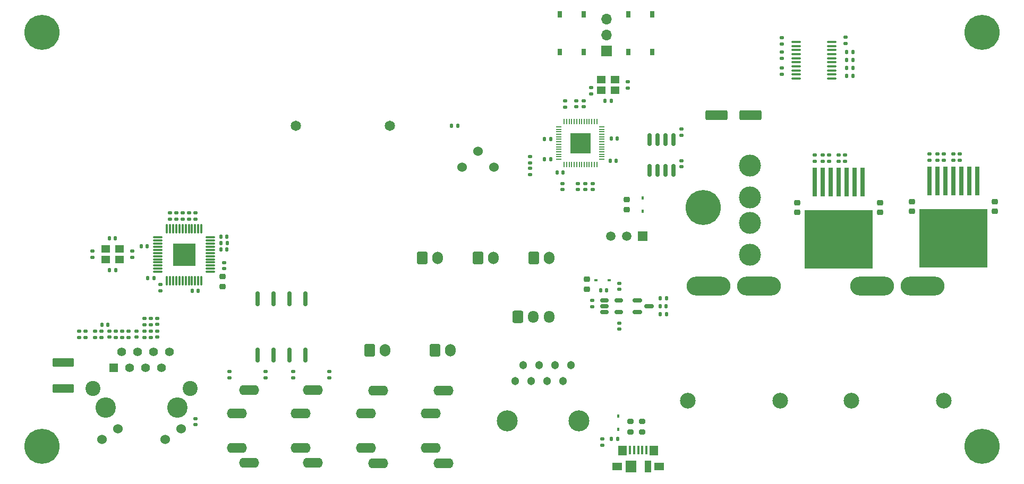
<source format=gbr>
%TF.GenerationSoftware,KiCad,Pcbnew,6.0.2+dfsg-1*%
%TF.CreationDate,2022-12-03T14:35:54-05:00*%
%TF.ProjectId,dragon-lair-fully-integrated,64726167-6f6e-42d6-9c61-69722d66756c,rev?*%
%TF.SameCoordinates,Original*%
%TF.FileFunction,Soldermask,Top*%
%TF.FilePolarity,Negative*%
%FSLAX46Y46*%
G04 Gerber Fmt 4.6, Leading zero omitted, Abs format (unit mm)*
G04 Created by KiCad (PCBNEW 6.0.2+dfsg-1) date 2022-12-03 14:35:54*
%MOMM*%
%LPD*%
G01*
G04 APERTURE LIST*
G04 Aperture macros list*
%AMRoundRect*
0 Rectangle with rounded corners*
0 $1 Rounding radius*
0 $2 $3 $4 $5 $6 $7 $8 $9 X,Y pos of 4 corners*
0 Add a 4 corners polygon primitive as box body*
4,1,4,$2,$3,$4,$5,$6,$7,$8,$9,$2,$3,0*
0 Add four circle primitives for the rounded corners*
1,1,$1+$1,$2,$3*
1,1,$1+$1,$4,$5*
1,1,$1+$1,$6,$7*
1,1,$1+$1,$8,$9*
0 Add four rect primitives between the rounded corners*
20,1,$1+$1,$2,$3,$4,$5,0*
20,1,$1+$1,$4,$5,$6,$7,0*
20,1,$1+$1,$6,$7,$8,$9,0*
20,1,$1+$1,$8,$9,$2,$3,0*%
G04 Aperture macros list end*
%ADD10RoundRect,0.135000X0.185000X-0.135000X0.185000X0.135000X-0.185000X0.135000X-0.185000X-0.135000X0*%
%ADD11RoundRect,0.140000X-0.170000X0.140000X-0.170000X-0.140000X0.170000X-0.140000X0.170000X0.140000X0*%
%ADD12C,5.600000*%
%ADD13R,1.700000X1.700000*%
%ADD14O,1.700000X1.700000*%
%ADD15RoundRect,0.140000X0.170000X-0.140000X0.170000X0.140000X-0.170000X0.140000X-0.170000X-0.140000X0*%
%ADD16RoundRect,0.140000X0.140000X0.170000X-0.140000X0.170000X-0.140000X-0.170000X0.140000X-0.170000X0*%
%ADD17RoundRect,0.140000X-0.140000X-0.170000X0.140000X-0.170000X0.140000X0.170000X-0.140000X0.170000X0*%
%ADD18RoundRect,0.250000X-0.600000X-0.750000X0.600000X-0.750000X0.600000X0.750000X-0.600000X0.750000X0*%
%ADD19O,1.700000X2.000000*%
%ADD20RoundRect,0.135000X-0.135000X-0.185000X0.135000X-0.185000X0.135000X0.185000X-0.135000X0.185000X0*%
%ADD21R,0.800000X4.600000*%
%ADD22R,10.800000X9.400000*%
%ADD23RoundRect,0.135000X0.135000X0.185000X-0.135000X0.185000X-0.135000X-0.185000X0.135000X-0.185000X0*%
%ADD24RoundRect,0.225000X0.250000X-0.225000X0.250000X0.225000X-0.250000X0.225000X-0.250000X-0.225000X0*%
%ADD25RoundRect,0.218750X0.256250X-0.218750X0.256250X0.218750X-0.256250X0.218750X-0.256250X-0.218750X0*%
%ADD26RoundRect,0.225000X-0.250000X0.225000X-0.250000X-0.225000X0.250000X-0.225000X0.250000X0.225000X0*%
%ADD27O,3.200000X1.600000*%
%ADD28R,0.450000X1.380000*%
%ADD29R,1.425000X1.550000*%
%ADD30R,1.650000X1.300000*%
%ADD31R,1.800000X1.900000*%
%ADD32R,1.000000X1.900000*%
%ADD33R,0.750000X1.000000*%
%ADD34RoundRect,0.135000X-0.185000X0.135000X-0.185000X-0.135000X0.185000X-0.135000X0.185000X0.135000X0*%
%ADD35RoundRect,0.150000X-0.512500X-0.150000X0.512500X-0.150000X0.512500X0.150000X-0.512500X0.150000X0*%
%ADD36C,1.524000*%
%ADD37C,2.500000*%
%ADD38O,7.000000X3.000000*%
%ADD39R,0.600000X0.450000*%
%ADD40RoundRect,0.250000X-0.600000X-0.725000X0.600000X-0.725000X0.600000X0.725000X-0.600000X0.725000X0*%
%ADD41O,1.700000X1.950000*%
%ADD42R,1.400000X1.200000*%
%ADD43RoundRect,0.150000X-0.587500X-0.150000X0.587500X-0.150000X0.587500X0.150000X-0.587500X0.150000X0*%
%ADD44RoundRect,0.200000X-0.275000X0.200000X-0.275000X-0.200000X0.275000X-0.200000X0.275000X0.200000X0*%
%ADD45C,1.651000*%
%ADD46R,0.450000X0.600000*%
%ADD47RoundRect,0.050000X0.387500X0.050000X-0.387500X0.050000X-0.387500X-0.050000X0.387500X-0.050000X0*%
%ADD48RoundRect,0.050000X0.050000X0.387500X-0.050000X0.387500X-0.050000X-0.387500X0.050000X-0.387500X0*%
%ADD49R,3.200000X3.200000*%
%ADD50RoundRect,0.162500X0.162500X-1.012500X0.162500X1.012500X-0.162500X1.012500X-0.162500X-1.012500X0*%
%ADD51C,3.250000*%
%ADD52R,1.408000X1.408000*%
%ADD53C,1.408000*%
%ADD54C,1.530000*%
%ADD55C,2.400000*%
%ADD56RoundRect,0.150000X-0.150000X0.825000X-0.150000X-0.825000X0.150000X-0.825000X0.150000X0.825000X0*%
%ADD57RoundRect,0.250000X1.500000X0.550000X-1.500000X0.550000X-1.500000X-0.550000X1.500000X-0.550000X0*%
%ADD58RoundRect,0.100000X-0.637500X-0.100000X0.637500X-0.100000X0.637500X0.100000X-0.637500X0.100000X0*%
%ADD59R,1.508000X1.508000*%
%ADD60C,1.508000*%
%ADD61RoundRect,0.249999X1.450001X-0.450001X1.450001X0.450001X-1.450001X0.450001X-1.450001X-0.450001X0*%
%ADD62C,3.500000*%
%ADD63RoundRect,0.075000X0.662500X0.075000X-0.662500X0.075000X-0.662500X-0.075000X0.662500X-0.075000X0*%
%ADD64RoundRect,0.075000X0.075000X0.662500X-0.075000X0.662500X-0.075000X-0.662500X0.075000X-0.662500X0*%
%ADD65R,3.600000X3.600000*%
%ADD66C,3.350000*%
%ADD67C,1.303000*%
G04 APERTURE END LIST*
D10*
%TO.C,R20*%
X69469000Y-94386000D03*
X69469000Y-93366000D03*
%TD*%
%TO.C,R17*%
X73787000Y-94386000D03*
X73787000Y-93366000D03*
%TD*%
%TO.C,R23*%
X78359000Y-94386000D03*
X78359000Y-93366000D03*
%TD*%
D11*
%TO.C,C5*%
X148763500Y-69840000D03*
X148763500Y-70800000D03*
%TD*%
D10*
%TO.C,R6*%
X162941000Y-62128000D03*
X162941000Y-61108000D03*
%TD*%
%TO.C,R15*%
X74803000Y-94386000D03*
X74803000Y-93366000D03*
%TD*%
D12*
%TO.C,H2*%
X60960000Y-111760000D03*
%TD*%
D13*
%TO.C,J1*%
X151003000Y-48649000D03*
D14*
X151003000Y-46109000D03*
X151003000Y-43569000D03*
%TD*%
D15*
%TO.C,C32*%
X202438000Y-66113600D03*
X202438000Y-65153600D03*
%TD*%
D16*
%TO.C,C9*%
X142043500Y-65920000D03*
X141083500Y-65920000D03*
%TD*%
D15*
%TO.C,C40*%
X185420000Y-66266000D03*
X185420000Y-65306000D03*
%TD*%
D17*
%TO.C,C18*%
X159525000Y-89403000D03*
X160485000Y-89403000D03*
%TD*%
D18*
%TO.C,J11*%
X121559000Y-81667000D03*
D19*
X124059000Y-81667000D03*
%TD*%
D20*
%TO.C,R28*%
X71683000Y-83646000D03*
X72703000Y-83646000D03*
%TD*%
D15*
%TO.C,C39*%
X187960000Y-66266000D03*
X187960000Y-65306000D03*
%TD*%
D17*
%TO.C,C12*%
X151539000Y-66190000D03*
X152499000Y-66190000D03*
%TD*%
D21*
%TO.C,Q3*%
X191770000Y-69570600D03*
X190500000Y-69570600D03*
X189230000Y-69570600D03*
X187960000Y-69570600D03*
X186690000Y-69570600D03*
X185420000Y-69570600D03*
X184150000Y-69570600D03*
D22*
X187960000Y-78720600D03*
%TD*%
D23*
%TO.C,R8*%
X160515000Y-88133000D03*
X159495000Y-88133000D03*
%TD*%
D15*
%TO.C,C2*%
X153020000Y-86708000D03*
X153020000Y-85748000D03*
%TD*%
D24*
%TO.C,C36*%
X194564000Y-74435000D03*
X194564000Y-72885000D03*
%TD*%
D17*
%TO.C,C49*%
X89493000Y-78312000D03*
X90453000Y-78312000D03*
%TD*%
D16*
%TO.C,C6*%
X144043500Y-68120000D03*
X143083500Y-68120000D03*
%TD*%
D11*
%TO.C,C48*%
X90043000Y-82474000D03*
X90043000Y-83434000D03*
%TD*%
D25*
%TO.C,L1*%
X89789000Y-86281500D03*
X89789000Y-84706500D03*
%TD*%
D26*
%TO.C,C34*%
X181356000Y-72885000D03*
X181356000Y-74435000D03*
%TD*%
D27*
%TO.C,J5*%
X94006500Y-114427000D03*
X92006500Y-112027000D03*
X92006500Y-106527000D03*
X94006500Y-102827000D03*
%TD*%
D28*
%TO.C,P1*%
X154710000Y-112327500D03*
X155360000Y-112327500D03*
X156010000Y-112327500D03*
X156660000Y-112327500D03*
X157310000Y-112327500D03*
D29*
X153522500Y-112412500D03*
X158497500Y-112412500D03*
D30*
X152635000Y-114987500D03*
D31*
X154860000Y-114987500D03*
D32*
X157560000Y-114987500D03*
D30*
X159385000Y-114987500D03*
%TD*%
D33*
%TO.C,SW1*%
X154462000Y-48870000D03*
X154462000Y-42870000D03*
X158212000Y-48870000D03*
X158212000Y-42870000D03*
%TD*%
D26*
%TO.C,C30*%
X154157500Y-72416750D03*
X154157500Y-73966750D03*
%TD*%
D34*
%TO.C,R25*%
X66929000Y-93368000D03*
X66929000Y-94388000D03*
%TD*%
D17*
%TO.C,C16*%
X150725500Y-56661000D03*
X151685500Y-56661000D03*
%TD*%
D34*
%TO.C,R38*%
X178943000Y-46605000D03*
X178943000Y-47625000D03*
%TD*%
D15*
%TO.C,C50*%
X84385000Y-75490000D03*
X84385000Y-74530000D03*
%TD*%
D35*
%TO.C,U1*%
X150612500Y-88453000D03*
X150612500Y-89403000D03*
X150612500Y-90353000D03*
X152887500Y-90353000D03*
X152887500Y-88453000D03*
%TD*%
D26*
%TO.C,C33*%
X199644000Y-72732600D03*
X199644000Y-74282600D03*
%TD*%
D36*
%TO.C,RV1*%
X132992500Y-67190000D03*
X130452500Y-64650000D03*
X127912500Y-67190000D03*
%TD*%
D11*
%TO.C,C41*%
X189103000Y-46510000D03*
X189103000Y-47470000D03*
%TD*%
D20*
%TO.C,R18*%
X77779000Y-84916000D03*
X78799000Y-84916000D03*
%TD*%
D18*
%TO.C,J13*%
X130449000Y-81667000D03*
D19*
X132949000Y-81667000D03*
%TD*%
D10*
%TO.C,R16*%
X70485000Y-94386000D03*
X70485000Y-93366000D03*
%TD*%
D37*
%TO.C,J2*%
X163917000Y-104454000D03*
X178649000Y-104454000D03*
D38*
X175220000Y-86166000D03*
X167219000Y-86166000D03*
%TD*%
D15*
%TO.C,C21*%
X76073000Y-94356000D03*
X76073000Y-93396000D03*
%TD*%
D12*
%TO.C,H5*%
X166370000Y-73660000D03*
%TD*%
D39*
%TO.C,D3*%
X149297500Y-85273000D03*
X151397500Y-85273000D03*
%TD*%
D10*
%TO.C,R29*%
X96591500Y-100842000D03*
X96591500Y-99822000D03*
%TD*%
D34*
%TO.C,R27*%
X75368000Y-80596000D03*
X75368000Y-81616000D03*
%TD*%
D17*
%TO.C,C44*%
X84921000Y-86948000D03*
X85881000Y-86948000D03*
%TD*%
D24*
%TO.C,C35*%
X212852000Y-74282600D03*
X212852000Y-72732600D03*
%TD*%
D10*
%TO.C,R31*%
X106751500Y-100842000D03*
X106751500Y-99822000D03*
%TD*%
D26*
%TO.C,C28*%
X147807500Y-85133000D03*
X147807500Y-86683000D03*
%TD*%
D17*
%TO.C,C45*%
X70513000Y-92352000D03*
X71473000Y-92352000D03*
%TD*%
D23*
%TO.C,R2*%
X152710000Y-110542500D03*
X151690000Y-110542500D03*
%TD*%
D11*
%TO.C,C7*%
X147563500Y-69840000D03*
X147563500Y-70800000D03*
%TD*%
D15*
%TO.C,C11*%
X147363500Y-57600000D03*
X147363500Y-56640000D03*
%TD*%
D23*
%TO.C,R39*%
X190248000Y-50165000D03*
X189228000Y-50165000D03*
%TD*%
D15*
%TO.C,C20*%
X71755000Y-94356000D03*
X71755000Y-93396000D03*
%TD*%
D10*
%TO.C,R7*%
X144399000Y-57683000D03*
X144399000Y-56663000D03*
%TD*%
D40*
%TO.C,J8*%
X136819000Y-91065000D03*
D41*
X139319000Y-91065000D03*
X141819000Y-91065000D03*
%TD*%
D42*
%TO.C,Y1*%
X150105500Y-54971000D03*
X152305500Y-54971000D03*
X152305500Y-53271000D03*
X150105500Y-53271000D03*
%TD*%
D10*
%TO.C,R24*%
X77343000Y-94386000D03*
X77343000Y-93366000D03*
%TD*%
D18*
%TO.C,J12*%
X139339000Y-81667000D03*
D19*
X141839000Y-81667000D03*
%TD*%
D43*
%TO.C,Q1*%
X155892500Y-88453000D03*
X155892500Y-90353000D03*
X157767500Y-89403000D03*
%TD*%
D11*
%TO.C,C3*%
X143963500Y-69840000D03*
X143963500Y-70800000D03*
%TD*%
D44*
%TO.C,R9*%
X156645000Y-107812500D03*
X156645000Y-109462500D03*
%TD*%
D27*
%TO.C,J7*%
X104166500Y-114427000D03*
X102166500Y-112027000D03*
X102166500Y-106527000D03*
X104166500Y-102827000D03*
%TD*%
D10*
%TO.C,R36*%
X186436000Y-66296000D03*
X186436000Y-65276000D03*
%TD*%
D18*
%TO.C,J9*%
X113177000Y-96399000D03*
D19*
X115677000Y-96399000D03*
%TD*%
D18*
%TO.C,J10*%
X123591000Y-96399000D03*
D19*
X126091000Y-96399000D03*
%TD*%
D15*
%TO.C,C51*%
X85401000Y-75490000D03*
X85401000Y-74530000D03*
%TD*%
D10*
%TO.C,R4*%
X148495500Y-55535000D03*
X148495500Y-54515000D03*
%TD*%
D27*
%TO.C,J6*%
X114580500Y-114440000D03*
X112580500Y-112040000D03*
X112580500Y-106540000D03*
X114580500Y-102840000D03*
%TD*%
D15*
%TO.C,C38*%
X206248000Y-66113600D03*
X206248000Y-65153600D03*
%TD*%
D11*
%TO.C,C22*%
X79375000Y-91364000D03*
X79375000Y-92324000D03*
%TD*%
D15*
%TO.C,C42*%
X85471000Y-108326000D03*
X85471000Y-107366000D03*
%TD*%
D23*
%TO.C,R43*%
X190248000Y-52705000D03*
X189228000Y-52705000D03*
%TD*%
D15*
%TO.C,C31*%
X184150000Y-66266000D03*
X184150000Y-65306000D03*
%TD*%
D45*
%TO.C,BZ1*%
X116459000Y-60602000D03*
X101459000Y-60602000D03*
%TD*%
D12*
%TO.C,H1*%
X60960000Y-45720000D03*
%TD*%
D23*
%TO.C,R37*%
X190248000Y-48895000D03*
X189228000Y-48895000D03*
%TD*%
D10*
%TO.C,R21*%
X78359000Y-92354000D03*
X78359000Y-91334000D03*
%TD*%
D11*
%TO.C,C14*%
X153020000Y-92098000D03*
X153020000Y-93058000D03*
%TD*%
D15*
%TO.C,C25*%
X81337000Y-75490000D03*
X81337000Y-74530000D03*
%TD*%
D46*
%TO.C,D1*%
X152835000Y-106952500D03*
X152835000Y-109052500D03*
%TD*%
D47*
%TO.C,U3*%
X150241000Y-65980000D03*
X150241000Y-65580000D03*
X150241000Y-65180000D03*
X150241000Y-64780000D03*
X150241000Y-64380000D03*
X150241000Y-63980000D03*
X150241000Y-63580000D03*
X150241000Y-63180000D03*
X150241000Y-62780000D03*
X150241000Y-62380000D03*
X150241000Y-61980000D03*
X150241000Y-61580000D03*
X150241000Y-61180000D03*
X150241000Y-60780000D03*
D48*
X149403500Y-59942500D03*
X149003500Y-59942500D03*
X148603500Y-59942500D03*
X148203500Y-59942500D03*
X147803500Y-59942500D03*
X147403500Y-59942500D03*
X147003500Y-59942500D03*
X146603500Y-59942500D03*
X146203500Y-59942500D03*
X145803500Y-59942500D03*
X145403500Y-59942500D03*
X145003500Y-59942500D03*
X144603500Y-59942500D03*
X144203500Y-59942500D03*
D47*
X143366000Y-60780000D03*
X143366000Y-61180000D03*
X143366000Y-61580000D03*
X143366000Y-61980000D03*
X143366000Y-62380000D03*
X143366000Y-62780000D03*
X143366000Y-63180000D03*
X143366000Y-63580000D03*
X143366000Y-63980000D03*
X143366000Y-64380000D03*
X143366000Y-64780000D03*
X143366000Y-65180000D03*
X143366000Y-65580000D03*
X143366000Y-65980000D03*
D48*
X144203500Y-66817500D03*
X144603500Y-66817500D03*
X145003500Y-66817500D03*
X145403500Y-66817500D03*
X145803500Y-66817500D03*
X146203500Y-66817500D03*
X146603500Y-66817500D03*
X147003500Y-66817500D03*
X147403500Y-66817500D03*
X147803500Y-66817500D03*
X148203500Y-66817500D03*
X148603500Y-66817500D03*
X149003500Y-66817500D03*
X149403500Y-66817500D03*
D49*
X146803500Y-63380000D03*
%TD*%
D15*
%TO.C,C37*%
X203708000Y-66113600D03*
X203708000Y-65153600D03*
%TD*%
%TO.C,C15*%
X162941000Y-67178000D03*
X162941000Y-66218000D03*
%TD*%
D23*
%TO.C,R41*%
X190248000Y-51435000D03*
X189228000Y-51435000D03*
%TD*%
%TO.C,R5*%
X160515000Y-90673000D03*
X159495000Y-90673000D03*
%TD*%
D50*
%TO.C,U9*%
X95321500Y-97237000D03*
X97861500Y-97237000D03*
X100401500Y-97237000D03*
X102941500Y-97237000D03*
X102941500Y-88187000D03*
X100401500Y-88187000D03*
X97861500Y-88187000D03*
X95321500Y-88187000D03*
%TD*%
D10*
%TO.C,R42*%
X178943000Y-52455000D03*
X178943000Y-51435000D03*
%TD*%
D46*
%TO.C,D2*%
X156697500Y-74241750D03*
X156697500Y-72141750D03*
%TD*%
D17*
%TO.C,C1*%
X150000000Y-86863000D03*
X150960000Y-86863000D03*
%TD*%
D51*
%TO.C,P2*%
X82550000Y-105560000D03*
X71120000Y-105560000D03*
D52*
X72390000Y-99210000D03*
D53*
X73660000Y-96670000D03*
X74930000Y-99210000D03*
X76200000Y-96670000D03*
X77470000Y-99210000D03*
X78740000Y-96670000D03*
X80010000Y-99210000D03*
X81280000Y-96670000D03*
D54*
X70510000Y-110640000D03*
X73077000Y-108940000D03*
X80593000Y-110640000D03*
X83160000Y-108940000D03*
D55*
X69085000Y-102510000D03*
X84585000Y-102510000D03*
%TD*%
D17*
%TO.C,C47*%
X89493000Y-80344000D03*
X90453000Y-80344000D03*
%TD*%
D10*
%TO.C,R35*%
X188976000Y-66296000D03*
X188976000Y-65276000D03*
%TD*%
D56*
%TO.C,U2*%
X161671000Y-62803000D03*
X160401000Y-62803000D03*
X159131000Y-62803000D03*
X157861000Y-62803000D03*
X157861000Y-67753000D03*
X159131000Y-67753000D03*
X160401000Y-67753000D03*
X161671000Y-67753000D03*
%TD*%
D15*
%TO.C,C4*%
X146163500Y-57600000D03*
X146163500Y-56640000D03*
%TD*%
D34*
%TO.C,R3*%
X150295000Y-110542500D03*
X150295000Y-111562500D03*
%TD*%
D10*
%TO.C,R32*%
X101036500Y-100842000D03*
X101036500Y-99822000D03*
%TD*%
D15*
%TO.C,C46*%
X82353000Y-75490000D03*
X82353000Y-74530000D03*
%TD*%
D57*
%TO.C,C29*%
X173896000Y-58928000D03*
X168496000Y-58928000D03*
%TD*%
D33*
%TO.C,SW2*%
X143540000Y-48870000D03*
X143540000Y-42870000D03*
X147290000Y-42870000D03*
X147290000Y-48870000D03*
%TD*%
D11*
%TO.C,C17*%
X154380500Y-53641000D03*
X154380500Y-54601000D03*
%TD*%
D58*
%TO.C,U10*%
X181160500Y-47240000D03*
X181160500Y-47890000D03*
X181160500Y-48540000D03*
X181160500Y-49190000D03*
X181160500Y-49840000D03*
X181160500Y-50490000D03*
X181160500Y-51140000D03*
X181160500Y-51790000D03*
X181160500Y-52440000D03*
X181160500Y-53090000D03*
X186885500Y-53090000D03*
X186885500Y-52440000D03*
X186885500Y-51790000D03*
X186885500Y-51140000D03*
X186885500Y-50490000D03*
X186885500Y-49840000D03*
X186885500Y-49190000D03*
X186885500Y-48540000D03*
X186885500Y-47890000D03*
X186885500Y-47240000D03*
%TD*%
D34*
%TO.C,R1*%
X148675000Y-88453000D03*
X148675000Y-89473000D03*
%TD*%
D16*
%TO.C,C10*%
X142043500Y-62720000D03*
X141083500Y-62720000D03*
%TD*%
D59*
%TO.C,PS1*%
X156697500Y-78271750D03*
D60*
X154157500Y-78271750D03*
X151617500Y-78271750D03*
%TD*%
D10*
%TO.C,R30*%
X90876500Y-100842000D03*
X90876500Y-99822000D03*
%TD*%
D23*
%TO.C,R26*%
X90483000Y-79328000D03*
X89463000Y-79328000D03*
%TD*%
D37*
%TO.C,J3*%
X190002800Y-104448000D03*
X204734800Y-104448000D03*
D38*
X201305800Y-86160000D03*
X193304800Y-86160000D03*
%TD*%
D34*
%TO.C,R12*%
X138802500Y-65505000D03*
X138802500Y-66525000D03*
%TD*%
D15*
%TO.C,C24*%
X83369000Y-75490000D03*
X83369000Y-74530000D03*
%TD*%
%TO.C,C23*%
X79375000Y-94356000D03*
X79375000Y-93396000D03*
%TD*%
D17*
%TO.C,C13*%
X151683500Y-62634000D03*
X152643500Y-62634000D03*
%TD*%
D16*
%TO.C,C26*%
X72673000Y-78566000D03*
X71713000Y-78566000D03*
%TD*%
D21*
%TO.C,Q2*%
X210058000Y-69437600D03*
X208788000Y-69437600D03*
X207518000Y-69437600D03*
X206248000Y-69437600D03*
X204978000Y-69437600D03*
X203708000Y-69437600D03*
X202438000Y-69437600D03*
D22*
X206248000Y-78587600D03*
%TD*%
D10*
%TO.C,R34*%
X207264000Y-66143600D03*
X207264000Y-65123600D03*
%TD*%
D34*
%TO.C,R19*%
X67945000Y-93366000D03*
X67945000Y-94386000D03*
%TD*%
D44*
%TO.C,R10*%
X154740000Y-107812500D03*
X154740000Y-109462500D03*
%TD*%
D10*
%TO.C,R33*%
X204724000Y-66143600D03*
X204724000Y-65123600D03*
%TD*%
%TO.C,R14*%
X79813000Y-86950000D03*
X79813000Y-85930000D03*
%TD*%
D61*
%TO.C,C19*%
X64389000Y-102530000D03*
X64389000Y-98430000D03*
%TD*%
D62*
%TO.C,F1*%
X173863000Y-81172000D03*
X173863000Y-76092000D03*
X173863000Y-66952000D03*
X173863000Y-72032000D03*
%TD*%
D11*
%TO.C,C8*%
X146363500Y-69840000D03*
X146363500Y-70800000D03*
%TD*%
D12*
%TO.C,H3*%
X210820000Y-45720000D03*
%TD*%
D10*
%TO.C,R40*%
X178943000Y-49915000D03*
X178943000Y-48895000D03*
%TD*%
D23*
%TO.C,R44*%
X127249000Y-60602000D03*
X126229000Y-60602000D03*
%TD*%
D15*
%TO.C,C27*%
X69018000Y-81586000D03*
X69018000Y-80626000D03*
%TD*%
D34*
%TO.C,R11*%
X138802500Y-67410000D03*
X138802500Y-68430000D03*
%TD*%
D27*
%TO.C,J4*%
X124968000Y-114450000D03*
X122968000Y-112050000D03*
X122968000Y-106550000D03*
X124968000Y-102850000D03*
%TD*%
D10*
%TO.C,R13*%
X72771000Y-94386000D03*
X72771000Y-93366000D03*
%TD*%
D63*
%TO.C,U4*%
X87785500Y-83926000D03*
X87785500Y-83426000D03*
X87785500Y-82926000D03*
X87785500Y-82426000D03*
X87785500Y-81926000D03*
X87785500Y-81426000D03*
X87785500Y-80926000D03*
X87785500Y-80426000D03*
X87785500Y-79926000D03*
X87785500Y-79426000D03*
X87785500Y-78926000D03*
X87785500Y-78426000D03*
D64*
X86373000Y-77013500D03*
X85873000Y-77013500D03*
X85373000Y-77013500D03*
X84873000Y-77013500D03*
X84373000Y-77013500D03*
X83873000Y-77013500D03*
X83373000Y-77013500D03*
X82873000Y-77013500D03*
X82373000Y-77013500D03*
X81873000Y-77013500D03*
X81373000Y-77013500D03*
X80873000Y-77013500D03*
D63*
X79460500Y-78426000D03*
X79460500Y-78926000D03*
X79460500Y-79426000D03*
X79460500Y-79926000D03*
X79460500Y-80426000D03*
X79460500Y-80926000D03*
X79460500Y-81426000D03*
X79460500Y-81926000D03*
X79460500Y-82426000D03*
X79460500Y-82926000D03*
X79460500Y-83426000D03*
X79460500Y-83926000D03*
D64*
X80873000Y-85338500D03*
X81373000Y-85338500D03*
X81873000Y-85338500D03*
X82373000Y-85338500D03*
X82873000Y-85338500D03*
X83373000Y-85338500D03*
X83873000Y-85338500D03*
X84373000Y-85338500D03*
X84873000Y-85338500D03*
X85373000Y-85338500D03*
X85873000Y-85338500D03*
X86373000Y-85338500D03*
D65*
X83623000Y-81176000D03*
%TD*%
D42*
%TO.C,Y2*%
X73293000Y-80256000D03*
X71093000Y-80256000D03*
X71093000Y-81956000D03*
X73293000Y-81956000D03*
%TD*%
D12*
%TO.C,H4*%
X210820000Y-111760000D03*
%TD*%
D16*
%TO.C,C43*%
X77753000Y-79836000D03*
X76793000Y-79836000D03*
%TD*%
D66*
%TO.C,J14*%
X135127000Y-107696000D03*
X146559000Y-107696000D03*
D67*
X136398000Y-101346000D03*
X137668000Y-98806000D03*
X138938000Y-101346000D03*
X140208000Y-98806000D03*
X141478000Y-101346000D03*
X142748000Y-98806000D03*
X144018000Y-101346000D03*
X145288000Y-98806000D03*
%TD*%
D10*
%TO.C,R22*%
X77343000Y-92354000D03*
X77343000Y-91334000D03*
%TD*%
M02*

</source>
